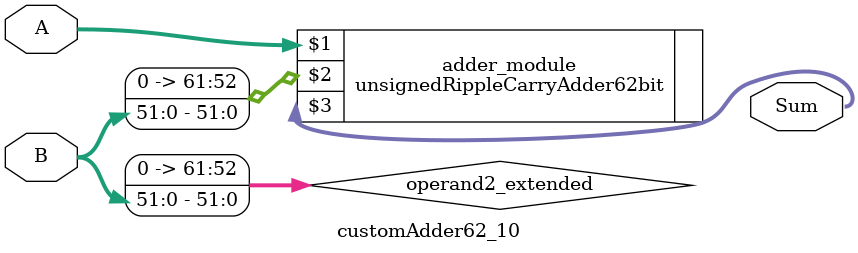
<source format=v>
module customAdder62_10(
                        input [61 : 0] A,
                        input [51 : 0] B,
                        
                        output [62 : 0] Sum
                );

        wire [61 : 0] operand2_extended;
        
        assign operand2_extended =  {10'b0, B};
        
        unsignedRippleCarryAdder62bit adder_module(
            A,
            operand2_extended,
            Sum
        );
        
        endmodule
        
</source>
